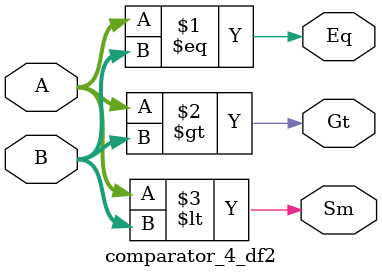
<source format=v>
/***********************************
    4-bit Comparator - Data flow(better)
***********************************/

module comparator_4_df2(Eq, Gt, Sm, A, B);
input [3:0]A,B;
output Eq, Gt, Sm;

assign Eq = (A==B);
assign Gt = (A>B);
assign Sm = (A<B);
// Alternative 
// assign {Eq,Gt,Sm} = {A==B,A>B,A<B};

endmodule

</source>
